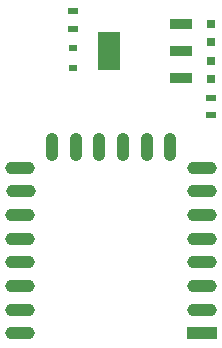
<source format=gbr>
G04 #@! TF.FileFunction,Paste,Top*
%FSLAX46Y46*%
G04 Gerber Fmt 4.6, Leading zero omitted, Abs format (unit mm)*
G04 Created by KiCad (PCBNEW 4.0.4+e1-6308~48~ubuntu16.04.1-stable) date Tue Nov 22 20:54:20 2016*
%MOMM*%
%LPD*%
G01*
G04 APERTURE LIST*
%ADD10C,0.100000*%
%ADD11R,2.500000X1.100000*%
%ADD12O,2.500000X1.100000*%
%ADD13O,1.100000X2.400000*%
%ADD14R,1.900000X0.950000*%
%ADD15R,1.900000X3.250000*%
%ADD16R,0.750000X0.800000*%
%ADD17R,0.800000X0.600000*%
%ADD18R,0.900000X0.500000*%
G04 APERTURE END LIST*
D10*
D11*
X166000000Y-92300000D03*
D12*
X166000000Y-90300000D03*
X166000000Y-88300000D03*
X166000000Y-86300000D03*
X166000000Y-84300000D03*
X166000000Y-82300000D03*
X166000000Y-80300000D03*
X166000000Y-78300000D03*
D13*
X163310000Y-76550000D03*
X161310000Y-76550000D03*
X159310000Y-76550000D03*
X157310000Y-76550000D03*
X155310000Y-76550000D03*
X153310000Y-76550000D03*
D12*
X150600000Y-78300000D03*
X150700000Y-80300000D03*
X150600000Y-82300000D03*
X150600000Y-84300000D03*
X150600000Y-86300000D03*
X150600000Y-88300000D03*
X150600000Y-90300000D03*
X150600000Y-92300000D03*
D14*
X164200000Y-68400000D03*
X164200000Y-66100000D03*
X164200000Y-70700000D03*
D15*
X158100000Y-68400000D03*
D16*
X166800000Y-70750000D03*
X166800000Y-69250000D03*
X166800000Y-66150000D03*
X166800000Y-67650000D03*
D17*
X155100000Y-68150000D03*
X155100000Y-69850000D03*
D18*
X155100000Y-66550000D03*
X155100000Y-65050000D03*
X166800000Y-72350000D03*
X166800000Y-73850000D03*
M02*

</source>
